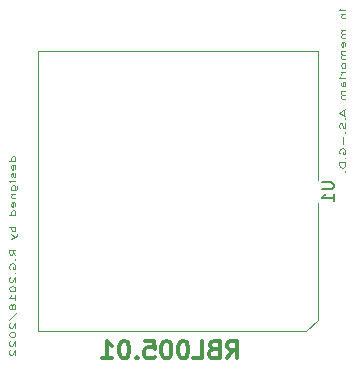
<source format=gbo>
%TF.GenerationSoftware,KiCad,Pcbnew,5.1.9+dfsg1-1+deb11u1*%
%TF.CreationDate,2022-11-30T10:20:37+01:00*%
%TF.ProjectId,A1200MPU-Adapter,41313230-304d-4505-952d-416461707465,2.0*%
%TF.SameCoordinates,Original*%
%TF.FileFunction,Legend,Bot*%
%TF.FilePolarity,Positive*%
%FSLAX46Y46*%
G04 Gerber Fmt 4.6, Leading zero omitted, Abs format (unit mm)*
G04 Created by KiCad (PCBNEW 5.1.9+dfsg1-1+deb11u1) date 2022-11-30 10:20:37*
%MOMM*%
%LPD*%
G01*
G04 APERTURE LIST*
%ADD10C,0.120000*%
%ADD11C,0.300000*%
%ADD12C,0.150000*%
G04 APERTURE END LIST*
D10*
X161516190Y-89027857D02*
X161182857Y-89027857D01*
X161016190Y-89027857D02*
X161040000Y-88989761D01*
X161063809Y-89027857D01*
X161040000Y-89065952D01*
X161016190Y-89027857D01*
X161063809Y-89027857D01*
X161182857Y-89408809D02*
X161516190Y-89408809D01*
X161230476Y-89408809D02*
X161206666Y-89446904D01*
X161182857Y-89523095D01*
X161182857Y-89637380D01*
X161206666Y-89713571D01*
X161254285Y-89751666D01*
X161516190Y-89751666D01*
X161516190Y-90742142D02*
X161182857Y-90742142D01*
X161230476Y-90742142D02*
X161206666Y-90780238D01*
X161182857Y-90856428D01*
X161182857Y-90970714D01*
X161206666Y-91046904D01*
X161254285Y-91085000D01*
X161516190Y-91085000D01*
X161254285Y-91085000D02*
X161206666Y-91123095D01*
X161182857Y-91199285D01*
X161182857Y-91313571D01*
X161206666Y-91389761D01*
X161254285Y-91427857D01*
X161516190Y-91427857D01*
X161492380Y-92113571D02*
X161516190Y-92037380D01*
X161516190Y-91885000D01*
X161492380Y-91808809D01*
X161444761Y-91770714D01*
X161254285Y-91770714D01*
X161206666Y-91808809D01*
X161182857Y-91885000D01*
X161182857Y-92037380D01*
X161206666Y-92113571D01*
X161254285Y-92151666D01*
X161301904Y-92151666D01*
X161349523Y-91770714D01*
X161516190Y-92494523D02*
X161182857Y-92494523D01*
X161230476Y-92494523D02*
X161206666Y-92532619D01*
X161182857Y-92608809D01*
X161182857Y-92723095D01*
X161206666Y-92799285D01*
X161254285Y-92837380D01*
X161516190Y-92837380D01*
X161254285Y-92837380D02*
X161206666Y-92875476D01*
X161182857Y-92951666D01*
X161182857Y-93065952D01*
X161206666Y-93142142D01*
X161254285Y-93180238D01*
X161516190Y-93180238D01*
X161516190Y-93675476D02*
X161492380Y-93599285D01*
X161468571Y-93561190D01*
X161420952Y-93523095D01*
X161278095Y-93523095D01*
X161230476Y-93561190D01*
X161206666Y-93599285D01*
X161182857Y-93675476D01*
X161182857Y-93789761D01*
X161206666Y-93865952D01*
X161230476Y-93904047D01*
X161278095Y-93942142D01*
X161420952Y-93942142D01*
X161468571Y-93904047D01*
X161492380Y-93865952D01*
X161516190Y-93789761D01*
X161516190Y-93675476D01*
X161516190Y-94285000D02*
X161182857Y-94285000D01*
X161278095Y-94285000D02*
X161230476Y-94323095D01*
X161206666Y-94361190D01*
X161182857Y-94437380D01*
X161182857Y-94513571D01*
X161516190Y-94780238D02*
X161182857Y-94780238D01*
X161016190Y-94780238D02*
X161040000Y-94742142D01*
X161063809Y-94780238D01*
X161040000Y-94818333D01*
X161016190Y-94780238D01*
X161063809Y-94780238D01*
X161516190Y-95504047D02*
X161254285Y-95504047D01*
X161206666Y-95465952D01*
X161182857Y-95389761D01*
X161182857Y-95237380D01*
X161206666Y-95161190D01*
X161492380Y-95504047D02*
X161516190Y-95427857D01*
X161516190Y-95237380D01*
X161492380Y-95161190D01*
X161444761Y-95123095D01*
X161397142Y-95123095D01*
X161349523Y-95161190D01*
X161325714Y-95237380D01*
X161325714Y-95427857D01*
X161301904Y-95504047D01*
X161516190Y-95885000D02*
X161182857Y-95885000D01*
X161230476Y-95885000D02*
X161206666Y-95923095D01*
X161182857Y-95999285D01*
X161182857Y-96113571D01*
X161206666Y-96189761D01*
X161254285Y-96227857D01*
X161516190Y-96227857D01*
X161254285Y-96227857D02*
X161206666Y-96265952D01*
X161182857Y-96342142D01*
X161182857Y-96456428D01*
X161206666Y-96532619D01*
X161254285Y-96570714D01*
X161516190Y-96570714D01*
X161373333Y-97523095D02*
X161373333Y-97904047D01*
X161516190Y-97446904D02*
X161016190Y-97713571D01*
X161516190Y-97980238D01*
X161468571Y-98246904D02*
X161492380Y-98285000D01*
X161516190Y-98246904D01*
X161492380Y-98208809D01*
X161468571Y-98246904D01*
X161516190Y-98246904D01*
X161492380Y-98589761D02*
X161516190Y-98704047D01*
X161516190Y-98894523D01*
X161492380Y-98970714D01*
X161468571Y-99008809D01*
X161420952Y-99046904D01*
X161373333Y-99046904D01*
X161325714Y-99008809D01*
X161301904Y-98970714D01*
X161278095Y-98894523D01*
X161254285Y-98742142D01*
X161230476Y-98665952D01*
X161206666Y-98627857D01*
X161159047Y-98589761D01*
X161111428Y-98589761D01*
X161063809Y-98627857D01*
X161040000Y-98665952D01*
X161016190Y-98742142D01*
X161016190Y-98932619D01*
X161040000Y-99046904D01*
X161468571Y-99389761D02*
X161492380Y-99427857D01*
X161516190Y-99389761D01*
X161492380Y-99351666D01*
X161468571Y-99389761D01*
X161516190Y-99389761D01*
X161325714Y-99770714D02*
X161325714Y-100380238D01*
X161040000Y-101180238D02*
X161016190Y-101104047D01*
X161016190Y-100989761D01*
X161040000Y-100875476D01*
X161087619Y-100799285D01*
X161135238Y-100761190D01*
X161230476Y-100723095D01*
X161301904Y-100723095D01*
X161397142Y-100761190D01*
X161444761Y-100799285D01*
X161492380Y-100875476D01*
X161516190Y-100989761D01*
X161516190Y-101065952D01*
X161492380Y-101180238D01*
X161468571Y-101218333D01*
X161301904Y-101218333D01*
X161301904Y-101065952D01*
X161468571Y-101561190D02*
X161492380Y-101599285D01*
X161516190Y-101561190D01*
X161492380Y-101523095D01*
X161468571Y-101561190D01*
X161516190Y-101561190D01*
X161516190Y-101942142D02*
X161016190Y-101942142D01*
X161016190Y-102132619D01*
X161040000Y-102246904D01*
X161087619Y-102323095D01*
X161135238Y-102361190D01*
X161230476Y-102399285D01*
X161301904Y-102399285D01*
X161397142Y-102361190D01*
X161444761Y-102323095D01*
X161492380Y-102246904D01*
X161516190Y-102132619D01*
X161516190Y-101942142D01*
X161468571Y-102742142D02*
X161492380Y-102780238D01*
X161516190Y-102742142D01*
X161492380Y-102704047D01*
X161468571Y-102742142D01*
X161516190Y-102742142D01*
X133576190Y-101816904D02*
X133076190Y-101816904D01*
X133552380Y-101816904D02*
X133576190Y-101740714D01*
X133576190Y-101588333D01*
X133552380Y-101512142D01*
X133528571Y-101474047D01*
X133480952Y-101435952D01*
X133338095Y-101435952D01*
X133290476Y-101474047D01*
X133266666Y-101512142D01*
X133242857Y-101588333D01*
X133242857Y-101740714D01*
X133266666Y-101816904D01*
X133552380Y-102502619D02*
X133576190Y-102426428D01*
X133576190Y-102274047D01*
X133552380Y-102197857D01*
X133504761Y-102159761D01*
X133314285Y-102159761D01*
X133266666Y-102197857D01*
X133242857Y-102274047D01*
X133242857Y-102426428D01*
X133266666Y-102502619D01*
X133314285Y-102540714D01*
X133361904Y-102540714D01*
X133409523Y-102159761D01*
X133552380Y-102845476D02*
X133576190Y-102921666D01*
X133576190Y-103074047D01*
X133552380Y-103150238D01*
X133504761Y-103188333D01*
X133480952Y-103188333D01*
X133433333Y-103150238D01*
X133409523Y-103074047D01*
X133409523Y-102959761D01*
X133385714Y-102883571D01*
X133338095Y-102845476D01*
X133314285Y-102845476D01*
X133266666Y-102883571D01*
X133242857Y-102959761D01*
X133242857Y-103074047D01*
X133266666Y-103150238D01*
X133576190Y-103531190D02*
X133242857Y-103531190D01*
X133076190Y-103531190D02*
X133100000Y-103493095D01*
X133123809Y-103531190D01*
X133100000Y-103569285D01*
X133076190Y-103531190D01*
X133123809Y-103531190D01*
X133242857Y-104255000D02*
X133647619Y-104255000D01*
X133695238Y-104216904D01*
X133719047Y-104178809D01*
X133742857Y-104102619D01*
X133742857Y-103988333D01*
X133719047Y-103912142D01*
X133552380Y-104255000D02*
X133576190Y-104178809D01*
X133576190Y-104026428D01*
X133552380Y-103950238D01*
X133528571Y-103912142D01*
X133480952Y-103874047D01*
X133338095Y-103874047D01*
X133290476Y-103912142D01*
X133266666Y-103950238D01*
X133242857Y-104026428D01*
X133242857Y-104178809D01*
X133266666Y-104255000D01*
X133242857Y-104635952D02*
X133576190Y-104635952D01*
X133290476Y-104635952D02*
X133266666Y-104674047D01*
X133242857Y-104750238D01*
X133242857Y-104864523D01*
X133266666Y-104940714D01*
X133314285Y-104978809D01*
X133576190Y-104978809D01*
X133552380Y-105664523D02*
X133576190Y-105588333D01*
X133576190Y-105435952D01*
X133552380Y-105359761D01*
X133504761Y-105321666D01*
X133314285Y-105321666D01*
X133266666Y-105359761D01*
X133242857Y-105435952D01*
X133242857Y-105588333D01*
X133266666Y-105664523D01*
X133314285Y-105702619D01*
X133361904Y-105702619D01*
X133409523Y-105321666D01*
X133576190Y-106388333D02*
X133076190Y-106388333D01*
X133552380Y-106388333D02*
X133576190Y-106312142D01*
X133576190Y-106159761D01*
X133552380Y-106083571D01*
X133528571Y-106045476D01*
X133480952Y-106007380D01*
X133338095Y-106007380D01*
X133290476Y-106045476D01*
X133266666Y-106083571D01*
X133242857Y-106159761D01*
X133242857Y-106312142D01*
X133266666Y-106388333D01*
X133576190Y-107378809D02*
X133076190Y-107378809D01*
X133266666Y-107378809D02*
X133242857Y-107455000D01*
X133242857Y-107607380D01*
X133266666Y-107683571D01*
X133290476Y-107721666D01*
X133338095Y-107759761D01*
X133480952Y-107759761D01*
X133528571Y-107721666D01*
X133552380Y-107683571D01*
X133576190Y-107607380D01*
X133576190Y-107455000D01*
X133552380Y-107378809D01*
X133242857Y-108026428D02*
X133576190Y-108216904D01*
X133242857Y-108407380D02*
X133576190Y-108216904D01*
X133695238Y-108140714D01*
X133719047Y-108102619D01*
X133742857Y-108026428D01*
X133576190Y-109778809D02*
X133338095Y-109512142D01*
X133576190Y-109321666D02*
X133076190Y-109321666D01*
X133076190Y-109626428D01*
X133100000Y-109702619D01*
X133123809Y-109740714D01*
X133171428Y-109778809D01*
X133242857Y-109778809D01*
X133290476Y-109740714D01*
X133314285Y-109702619D01*
X133338095Y-109626428D01*
X133338095Y-109321666D01*
X133528571Y-110121666D02*
X133552380Y-110159761D01*
X133576190Y-110121666D01*
X133552380Y-110083571D01*
X133528571Y-110121666D01*
X133576190Y-110121666D01*
X133100000Y-110921666D02*
X133076190Y-110845476D01*
X133076190Y-110731190D01*
X133100000Y-110616904D01*
X133147619Y-110540714D01*
X133195238Y-110502619D01*
X133290476Y-110464523D01*
X133361904Y-110464523D01*
X133457142Y-110502619D01*
X133504761Y-110540714D01*
X133552380Y-110616904D01*
X133576190Y-110731190D01*
X133576190Y-110807380D01*
X133552380Y-110921666D01*
X133528571Y-110959761D01*
X133361904Y-110959761D01*
X133361904Y-110807380D01*
X133528571Y-111302619D02*
X133552380Y-111340714D01*
X133576190Y-111302619D01*
X133552380Y-111264523D01*
X133528571Y-111302619D01*
X133576190Y-111302619D01*
X133123809Y-111645476D02*
X133100000Y-111683571D01*
X133076190Y-111759761D01*
X133076190Y-111950238D01*
X133100000Y-112026428D01*
X133123809Y-112064523D01*
X133171428Y-112102619D01*
X133219047Y-112102619D01*
X133290476Y-112064523D01*
X133576190Y-111607380D01*
X133576190Y-112102619D01*
X133076190Y-112597857D02*
X133076190Y-112674047D01*
X133100000Y-112750238D01*
X133123809Y-112788333D01*
X133171428Y-112826428D01*
X133266666Y-112864523D01*
X133385714Y-112864523D01*
X133480952Y-112826428D01*
X133528571Y-112788333D01*
X133552380Y-112750238D01*
X133576190Y-112674047D01*
X133576190Y-112597857D01*
X133552380Y-112521666D01*
X133528571Y-112483571D01*
X133480952Y-112445476D01*
X133385714Y-112407380D01*
X133266666Y-112407380D01*
X133171428Y-112445476D01*
X133123809Y-112483571D01*
X133100000Y-112521666D01*
X133076190Y-112597857D01*
X133576190Y-113626428D02*
X133576190Y-113169285D01*
X133576190Y-113397857D02*
X133076190Y-113397857D01*
X133147619Y-113321666D01*
X133195238Y-113245476D01*
X133219047Y-113169285D01*
X133290476Y-114083571D02*
X133266666Y-114007380D01*
X133242857Y-113969285D01*
X133195238Y-113931190D01*
X133171428Y-113931190D01*
X133123809Y-113969285D01*
X133100000Y-114007380D01*
X133076190Y-114083571D01*
X133076190Y-114235952D01*
X133100000Y-114312142D01*
X133123809Y-114350238D01*
X133171428Y-114388333D01*
X133195238Y-114388333D01*
X133242857Y-114350238D01*
X133266666Y-114312142D01*
X133290476Y-114235952D01*
X133290476Y-114083571D01*
X133314285Y-114007380D01*
X133338095Y-113969285D01*
X133385714Y-113931190D01*
X133480952Y-113931190D01*
X133528571Y-113969285D01*
X133552380Y-114007380D01*
X133576190Y-114083571D01*
X133576190Y-114235952D01*
X133552380Y-114312142D01*
X133528571Y-114350238D01*
X133480952Y-114388333D01*
X133385714Y-114388333D01*
X133338095Y-114350238D01*
X133314285Y-114312142D01*
X133290476Y-114235952D01*
X133052380Y-115302619D02*
X133695238Y-114616904D01*
X133123809Y-115531190D02*
X133100000Y-115569285D01*
X133076190Y-115645476D01*
X133076190Y-115835952D01*
X133100000Y-115912142D01*
X133123809Y-115950238D01*
X133171428Y-115988333D01*
X133219047Y-115988333D01*
X133290476Y-115950238D01*
X133576190Y-115493095D01*
X133576190Y-115988333D01*
X133076190Y-116483571D02*
X133076190Y-116559761D01*
X133100000Y-116635952D01*
X133123809Y-116674047D01*
X133171428Y-116712142D01*
X133266666Y-116750238D01*
X133385714Y-116750238D01*
X133480952Y-116712142D01*
X133528571Y-116674047D01*
X133552380Y-116635952D01*
X133576190Y-116559761D01*
X133576190Y-116483571D01*
X133552380Y-116407380D01*
X133528571Y-116369285D01*
X133480952Y-116331190D01*
X133385714Y-116293095D01*
X133266666Y-116293095D01*
X133171428Y-116331190D01*
X133123809Y-116369285D01*
X133100000Y-116407380D01*
X133076190Y-116483571D01*
X133123809Y-117055000D02*
X133100000Y-117093095D01*
X133076190Y-117169285D01*
X133076190Y-117359761D01*
X133100000Y-117435952D01*
X133123809Y-117474047D01*
X133171428Y-117512142D01*
X133219047Y-117512142D01*
X133290476Y-117474047D01*
X133576190Y-117016904D01*
X133576190Y-117512142D01*
X133123809Y-117816904D02*
X133100000Y-117855000D01*
X133076190Y-117931190D01*
X133076190Y-118121666D01*
X133100000Y-118197857D01*
X133123809Y-118235952D01*
X133171428Y-118274047D01*
X133219047Y-118274047D01*
X133290476Y-118235952D01*
X133576190Y-117778809D01*
X133576190Y-118274047D01*
D11*
X151506428Y-118534571D02*
X152006428Y-117820285D01*
X152363571Y-118534571D02*
X152363571Y-117034571D01*
X151792142Y-117034571D01*
X151649285Y-117106000D01*
X151577857Y-117177428D01*
X151506428Y-117320285D01*
X151506428Y-117534571D01*
X151577857Y-117677428D01*
X151649285Y-117748857D01*
X151792142Y-117820285D01*
X152363571Y-117820285D01*
X150363571Y-117748857D02*
X150149285Y-117820285D01*
X150077857Y-117891714D01*
X150006428Y-118034571D01*
X150006428Y-118248857D01*
X150077857Y-118391714D01*
X150149285Y-118463142D01*
X150292142Y-118534571D01*
X150863571Y-118534571D01*
X150863571Y-117034571D01*
X150363571Y-117034571D01*
X150220714Y-117106000D01*
X150149285Y-117177428D01*
X150077857Y-117320285D01*
X150077857Y-117463142D01*
X150149285Y-117606000D01*
X150220714Y-117677428D01*
X150363571Y-117748857D01*
X150863571Y-117748857D01*
X148649285Y-118534571D02*
X149363571Y-118534571D01*
X149363571Y-117034571D01*
X147863571Y-117034571D02*
X147720714Y-117034571D01*
X147577857Y-117106000D01*
X147506428Y-117177428D01*
X147435000Y-117320285D01*
X147363571Y-117606000D01*
X147363571Y-117963142D01*
X147435000Y-118248857D01*
X147506428Y-118391714D01*
X147577857Y-118463142D01*
X147720714Y-118534571D01*
X147863571Y-118534571D01*
X148006428Y-118463142D01*
X148077857Y-118391714D01*
X148149285Y-118248857D01*
X148220714Y-117963142D01*
X148220714Y-117606000D01*
X148149285Y-117320285D01*
X148077857Y-117177428D01*
X148006428Y-117106000D01*
X147863571Y-117034571D01*
X146435000Y-117034571D02*
X146292142Y-117034571D01*
X146149285Y-117106000D01*
X146077857Y-117177428D01*
X146006428Y-117320285D01*
X145935000Y-117606000D01*
X145935000Y-117963142D01*
X146006428Y-118248857D01*
X146077857Y-118391714D01*
X146149285Y-118463142D01*
X146292142Y-118534571D01*
X146435000Y-118534571D01*
X146577857Y-118463142D01*
X146649285Y-118391714D01*
X146720714Y-118248857D01*
X146792142Y-117963142D01*
X146792142Y-117606000D01*
X146720714Y-117320285D01*
X146649285Y-117177428D01*
X146577857Y-117106000D01*
X146435000Y-117034571D01*
X144577857Y-117034571D02*
X145292142Y-117034571D01*
X145363571Y-117748857D01*
X145292142Y-117677428D01*
X145149285Y-117606000D01*
X144792142Y-117606000D01*
X144649285Y-117677428D01*
X144577857Y-117748857D01*
X144506428Y-117891714D01*
X144506428Y-118248857D01*
X144577857Y-118391714D01*
X144649285Y-118463142D01*
X144792142Y-118534571D01*
X145149285Y-118534571D01*
X145292142Y-118463142D01*
X145363571Y-118391714D01*
X143863571Y-118391714D02*
X143792142Y-118463142D01*
X143863571Y-118534571D01*
X143935000Y-118463142D01*
X143863571Y-118391714D01*
X143863571Y-118534571D01*
X142863571Y-117034571D02*
X142720714Y-117034571D01*
X142577857Y-117106000D01*
X142506428Y-117177428D01*
X142435000Y-117320285D01*
X142363571Y-117606000D01*
X142363571Y-117963142D01*
X142435000Y-118248857D01*
X142506428Y-118391714D01*
X142577857Y-118463142D01*
X142720714Y-118534571D01*
X142863571Y-118534571D01*
X143006428Y-118463142D01*
X143077857Y-118391714D01*
X143149285Y-118248857D01*
X143220714Y-117963142D01*
X143220714Y-117606000D01*
X143149285Y-117320285D01*
X143077857Y-117177428D01*
X143006428Y-117106000D01*
X142863571Y-117034571D01*
X140935000Y-118534571D02*
X141792142Y-118534571D01*
X141363571Y-118534571D02*
X141363571Y-117034571D01*
X141506428Y-117248857D01*
X141649285Y-117391714D01*
X141792142Y-117463142D01*
D10*
%TO.C,U1*%
X159170000Y-105394000D02*
X159170000Y-115244000D01*
X159170000Y-115244000D02*
X158170000Y-116244000D01*
X158170000Y-116244000D02*
X135470000Y-116244000D01*
X135470000Y-116244000D02*
X135470000Y-92544000D01*
X135470000Y-92544000D02*
X159170000Y-92544000D01*
X159170000Y-92544000D02*
X159170000Y-103394000D01*
D12*
X159522380Y-103632095D02*
X160331904Y-103632095D01*
X160427142Y-103679714D01*
X160474761Y-103727333D01*
X160522380Y-103822571D01*
X160522380Y-104013047D01*
X160474761Y-104108285D01*
X160427142Y-104155904D01*
X160331904Y-104203523D01*
X159522380Y-104203523D01*
X160522380Y-105203523D02*
X160522380Y-104632095D01*
X160522380Y-104917809D02*
X159522380Y-104917809D01*
X159665238Y-104822571D01*
X159760476Y-104727333D01*
X159808095Y-104632095D01*
%TD*%
M02*

</source>
